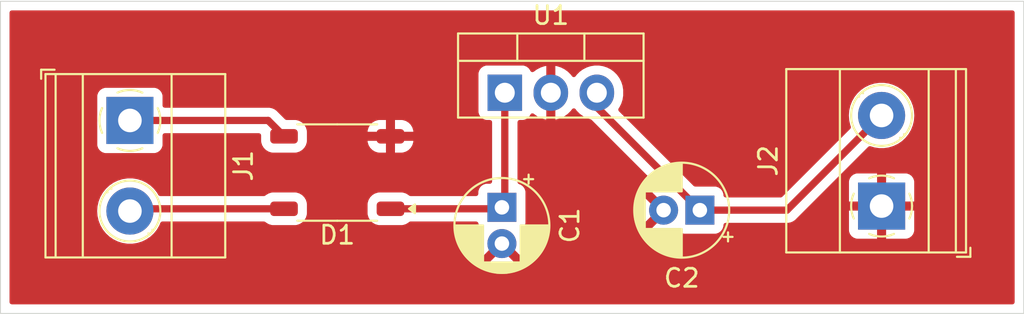
<source format=kicad_pcb>
(kicad_pcb (version 20240108) (generator "pcbnew") (generator_version "8.0")
  (layers (0 "F.Cu" signal) (31 "B.Cu" signal) (34 "B.Paste" user) (35 "F.Paste" user) (36 "B.SilkS" user "B.Silkscreen") (37 "F.SilkS" user "F.Silkscreen") (38 "B.Mask" user) (39 "F.Mask" user) (44 "Edge.Cuts" user))
  (net 0 "")
  (net 1 "GND")
  (net 2 "/rec_out")
  (net 3 "+5V")
  (net 4 "/AC_INPUT_1")
  (net 5 "/AC_INPUT_2")
  (footprint "TerminalBlock_Phoenix:TerminalBlock_Phoenix_MKDS-1,5-2_1x02_P5.00mm_Horizontal" (layer "F.Cu") (at 118.195 81.35 -90)
    (property "Reference" "J1" (at 2.5 -6.26 90) (layer "F.SilkS"))
    (property "Value" "Conn_01x02")
    (fp_line (start -2.8 4.9) (end -2.3 4.9) (stroke (width 0.12)) (layer "F.SilkS"))
    (fp_line (start -2.56 4.66) (end 7.56 4.66) (stroke (width 0.12)) (layer "F.SilkS"))
    (fp_line (start -2.8 4.16) (end -2.8 4.9) (stroke (width 0.12)) (layer "F.SilkS"))
    (fp_line (start -2.56 4.1) (end 7.56 4.1) (stroke (width 0.12)) (layer "F.SilkS"))
    (fp_line (start -2.56 2.6) (end 7.56 2.6) (stroke (width 0.12)) (layer "F.SilkS"))
    (fp_line (start 3.966 1.239) (end 3.931 1.274) (stroke (width 0.12)) (layer "F.SilkS"))
    (fp_line (start 3.773 1.023) (end 3.726 1.069) (stroke (width 0.12)) (layer "F.SilkS"))
    (fp_line (start 6.275 -1.069) (end 6.228 -1.023) (stroke (width 0.12)) (layer "F.SilkS"))
    (fp_line (start 6.07 -1.275) (end 6.035 -1.239) (stroke (width 0.12)) (layer "F.SilkS"))
    (fp_line (start -2.56 -2.301) (end 7.56 -2.301) (stroke (width 0.12)) (layer "F.SilkS"))
    (fp_line (start -2.56 -5.261) (end -2.56 4.66) (stroke (width 0.12)) (layer "F.SilkS"))
    (fp_line (start -2.56 -5.261) (end 7.56 -5.261) (stroke (width 0.12)) (layer "F.SilkS"))
    (fp_line (start 7.56 -5.261) (end 7.56 4.66) (stroke (width 0.12)) (layer "F.SilkS"))
    (fp_arc (start 0.028805 1.680253) (mid -0.335551 1.646659) (end -0.684 1.535) (stroke (width 0.12)) (layer "F.SilkS"))
    (fp_arc (start 0.683318 1.534756) (mid 0.349292 1.643288) (end 0 1.68) (stroke (width 0.12)) (layer "F.SilkS"))
    (fp_arc (start -1.535427 0.683042) (mid -1.680501 -0.000524) (end -1.535 -0.684) (stroke (width 0.12)) (layer "F.SilkS"))
    (fp_arc (start 1.535427 -0.683042) (mid 1.680501 0.000524) (end 1.535 0.684) (stroke (width 0.12)) (layer "F.SilkS"))
    (fp_arc (start -0.683042 -1.535427) (mid 0.000524 -1.680501) (end 0.684 -1.535) (stroke (width 0.12)) (layer "F.SilkS"))
    (fp_circle (center 5 0) (end 6.68 0) (stroke (width 0.12)) (fill none) (layer "F.SilkS"))
    (pad "1" thru_hole rect (at 0 0 270) (size 2.6 2.6) (drill 1.3) (layers "*.Cu" "*.Mask") (net 4 "/AC_INPUT_1"))
    (pad "2" thru_hole circle (at 5 0 270) (size 2.6 2.6) (drill 1.3) (layers "*.Cu" "*.Mask") (net 5 "/AC_INPUT_2"))
  )
  (footprint "Capacitor_THT:CP_Radial_D5.0mm_P2.00mm" (layer "F.Cu") (at 149.65 86.3 180)
    (property "Reference" "C2" (at 1 -3.75 360) (layer "F.SilkS"))
    (property "Value" "C_Polarized")
    (fp_line (start 3.601 -0.284) (end 3.601 0.284) (stroke (width 0.12)) (layer "F.SilkS"))
    (fp_line (start 3.561 -0.518) (end 3.561 0.518) (stroke (width 0.12)) (layer "F.SilkS"))
    (fp_line (start 3.521 -0.677) (end 3.521 0.677) (stroke (width 0.12)) (layer "F.SilkS"))
    (fp_line (start 3.481 -0.805) (end 3.481 0.805) (stroke (width 0.12)) (layer "F.SilkS"))
    (fp_line (start 3.441 -0.915) (end 3.441 0.915) (stroke (width 0.12)) (layer "F.SilkS"))
    (fp_line (start 3.401 -1.011) (end 3.401 1.011) (stroke (width 0.12)) (layer "F.SilkS"))
    (fp_line (start 3.361 -1.098) (end 3.361 1.098) (stroke (width 0.12)) (layer "F.SilkS"))
    (fp_line (start 3.321 -1.178) (end 3.321 1.178) (stroke (width 0.12)) (layer "F.SilkS"))
    (fp_line (start 3.281 -1.251) (end 3.281 1.251) (stroke (width 0.12)) (layer "F.SilkS"))
    (fp_line (start 3.241 -1.319) (end 3.241 1.319) (stroke (width 0.12)) (layer "F.SilkS"))
    (fp_line (start 3.201 -1.383) (end 3.201 1.383) (stroke (width 0.12)) (layer "F.SilkS"))
    (fp_line (start 3.161 -1.443) (end 3.161 1.443) (stroke (width 0.12)) (layer "F.SilkS"))
    (fp_line (start 3.121 -1.5) (end 3.121 1.5) (stroke (width 0.12)) (layer "F.SilkS"))
    (fp_line (start 3.081 -1.554) (end 3.081 1.554) (stroke (width 0.12)) (layer "F.SilkS"))
    (fp_line (start 3.041 -1.605) (end 3.041 1.605) (stroke (width 0.12)) (layer "F.SilkS"))
    (fp_line (start 3.001 1.04) (end 3.001 1.653) (stroke (width 0.12)) (layer "F.SilkS"))
    (fp_line (start 3.001 -1.653) (end 3.001 -1.04) (stroke (width 0.12)) (layer "F.SilkS"))
    (fp_line (start 2.961 1.04) (end 2.961 1.699) (stroke (width 0.12)) (layer "F.SilkS"))
    (fp_line (start 2.961 -1.699) (end 2.961 -1.04) (stroke (width 0.12)) (layer "F.SilkS"))
    (fp_line (start 2.921 1.04) (end 2.921 1.743) (stroke (width 0.12)) (layer "F.SilkS"))
    (fp_line (start 2.921 -1.743) (end 2.921 -1.04) (stroke (width 0.12)) (layer "F.SilkS"))
    (fp_line (start 2.881 1.04) (end 2.881 1.785) (stroke (width 0.12)) (layer "F.SilkS"))
    (fp_line (start 2.881 -1.785) (end 2.881 -1.04) (stroke (width 0.12)) (layer "F.SilkS"))
    (fp_line (start 2.841 1.04) (end 2.841 1.826) (stroke (width 0.12)) (layer "F.SilkS"))
    (fp_line (start 2.841 -1.826) (end 2.841 -1.04) (stroke (width 0.12)) (layer "F.SilkS"))
    (fp_line (start 2.801 1.04) (end 2.801 1.864) (stroke (width 0.12)) (layer "F.SilkS"))
    (fp_line (start 2.801 -1.864) (end 2.801 -1.04) (stroke (width 0.12)) (layer "F.SilkS"))
    (fp_line (start 2.761 1.04) (end 2.761 1.901) (stroke (width 0.12)) (layer "F.SilkS"))
    (fp_line (start 2.761 -1.901) (end 2.761 -1.04) (stroke (width 0.12)) (layer "F.SilkS"))
    (fp_line (start 2.721 1.04) (end 2.721 1.937) (stroke (width 0.12)) (layer "F.SilkS"))
    (fp_line (start 2.721 -1.937) (end 2.721 -1.04) (stroke (width 0.12)) (layer "F.SilkS"))
    (fp_line (start 2.681 1.04) (end 2.681 1.971) (stroke (width 0.12)) (layer "F.SilkS"))
    (fp_line (start 2.681 -1.971) (end 2.681 -1.04) (stroke (width 0.12)) (layer "F.SilkS"))
    (fp_line (start 2.641 1.04) (end 2.641 2.004) (stroke (width 0.12)) (layer "F.SilkS"))
    (fp_line (start 2.641 -2.004) (end 2.641 -1.04) (stroke (width 0.12)) (layer "F.SilkS"))
    (fp_line (start 2.601 1.04) (end 2.601 2.035) (stroke (width 0.12)) (layer "F.SilkS"))
    (fp_line (start 2.601 -2.035) (end 2.601 -1.04) (stroke (width 0.12)) (layer "F.SilkS"))
    (fp_line (start 2.561 1.04) (end 2.561 2.065) (stroke (width 0.12)) (layer "F.SilkS"))
    (fp_line (start 2.561 -2.065) (end 2.561 -1.04) (stroke (width 0.12)) (layer "F.SilkS"))
    (fp_line (start 2.521 1.04) (end 2.521 2.095) (stroke (width 0.12)) (layer "F.SilkS"))
    (fp_line (start 2.521 -2.095) (end 2.521 -1.04) (stroke (width 0.12)) (layer "F.SilkS"))
    (fp_line (start 2.481 1.04) (end 2.481 2.122) (stroke (width 0.12)) (layer "F.SilkS"))
    (fp_line (start 2.481 -2.122) (end 2.481 -1.04) (stroke (width 0.12)) (layer "F.SilkS"))
    (fp_line (start 2.441 1.04) (end 2.441 2.149) (stroke (width 0.12)) (layer "F.SilkS"))
    (fp_line (start 2.441 -2.149) (end 2.441 -1.04) (stroke (width 0.12)) (layer "F.SilkS"))
    (fp_line (start 2.401 1.04) (end 2.401 2.175) (stroke (width 0.12)) (layer "F.SilkS"))
    (fp_line (start 2.401 -2.175) (end 2.401 -1.04) (stroke (width 0.12)) (layer "F.SilkS"))
    (fp_line (start 2.361 1.04) (end 2.361 2.2) (stroke (width 0.12)) (layer "F.SilkS"))
    (fp_line (start 2.361 -2.2) (end 2.361 -1.04) (stroke (width 0.12)) (layer "F.SilkS"))
    (fp_line (start 2.321 1.04) (end 2.321 2.224) (stroke (width 0.12)) (layer "F.SilkS"))
    (fp_line (start 2.321 -2.224) (end 2.321 -1.04) (stroke (width 0.12)) (layer "F.SilkS"))
    (fp_line (start 2.281 1.04) (end 2.281 2.247) (stroke (width 0.12)) (layer "F.SilkS"))
    (fp_line (start 2.281 -2.247) (end 2.281 -1.04) (stroke (width 0.12)) (layer "F.SilkS"))
    (fp_line (start 2.241 1.04) (end 2.241 2.268) (stroke (width 0.12)) (layer "F.SilkS"))
    (fp_line (start 2.241 -2.268) (end 2.241 -1.04) (stroke (width 0.12)) (layer "F.SilkS"))
    (fp_line (start 2.201 1.04) (end 2.201 2.29) (stroke (width 0.12)) (layer "F.SilkS"))
    (fp_line (start 2.201 -2.29) (end 2.201 -1.04) (stroke (width 0.12)) (layer "F.SilkS"))
    (fp_line (start 2.161 1.04) (end 2.161 2.31) (stroke (width 0.12)) (layer "F.SilkS"))
    (fp_line (start 2.161 -2.31) (end 2.161 -1.04) (stroke (width 0.12)) (layer "F.SilkS"))
    (fp_line (start 2.121 1.04) (end 2.121 2.329) (stroke (width 0.12)) (layer "F.SilkS"))
    (fp_line (start 2.121 -2.329) (end 2.121 -1.04) (stroke (width 0.12)) (layer "F.SilkS"))
    (fp_line (start 2.081 1.04) (end 2.081 2.348) (stroke (width 0.12)) (layer "F.SilkS"))
    (fp_line (start 2.081 -2.348) (end 2.081 -1.04) (stroke (width 0.12)) (layer "F.SilkS"))
    (fp_line (start 2.041 1.04) (end 2.041 2.365) (stroke (width 0.12)) (layer "F.SilkS"))
    (fp_line (start 2.041 -2.365) (end 2.041 -1.04) (stroke (width 0.12)) (layer "F.SilkS"))
    (fp_line (start 2.001 1.04) (end 2.001 2.382) (stroke (width 0.12)) (layer "F.SilkS"))
    (fp_line (start 2.001 -2.382) (end 2.001 -1.04) (stroke (width 0.12)) (layer "F.SilkS"))
    (fp_line (start 1.961 1.04) (end 1.961 2.398) (stroke (width 0.12)) (layer "F.SilkS"))
    (fp_line (start 1.961 -2.398) (end 1.961 -1.04) (stroke (width 0.12)) (layer "F.SilkS"))
    (fp_line (start 1.921 1.04) (end 1.921 2.414) (stroke (width 0.12)) (layer "F.SilkS"))
    (fp_line (start 1.921 -2.414) (end 1.921 -1.04) (stroke (width 0.12)) (layer "F.SilkS"))
    (fp_line (start 1.881 1.04) (end 1.881 2.428) (stroke (width 0.12)) (layer "F.SilkS"))
    (fp_line (start 1.881 -2.428) (end 1.881 -1.04) (stroke (width 0.12)) (layer "F.SilkS"))
    (fp_line (start 1.841 1.04) (end 1.841 2.442) (stroke (width 0.12)) (layer "F.SilkS"))
    (fp_line (start 1.841 -2.442) (end 1.841 -1.04) (stroke (width 0.12)) (layer "F.SilkS"))
    (fp_line (start 1.801 1.04) (end 1.801 2.455) (stroke (width 0.12)) (layer "F.SilkS"))
    (fp_line (start 1.801 -2.455) (end 1.801 -1.04) (stroke (width 0.12)) (layer "F.SilkS"))
    (fp_line (start 1.761 1.04) (end 1.761 2.468) (stroke (width 0.12)) (layer "F.SilkS"))
    (fp_line (start 1.761 -2.468) (end 1.761 -1.04) (stroke (width 0.12)) (layer "F.SilkS"))
    (fp_line (start 1.721 1.04) (end 1.721 2.48) (stroke (width 0.12)) (layer "F.SilkS"))
    (fp_line (start 1.721 -2.48) (end 1.721 -1.04) (stroke (width 0.12)) (layer "F.SilkS"))
    (fp_line (start 1.68 1.04) (end 1.68 2.491) (stroke (width 0.12)) (layer "F.SilkS"))
    (fp_line (start 1.68 -2.491) (end 1.68 -1.04) (stroke (width 0.12)) (layer "F.SilkS"))
    (fp_line (start 1.64 1.04) (end 1.64 2.501) (stroke (width 0.12)) (layer "F.SilkS"))
    (fp_line (start 1.64 -2.501) (end 1.64 -1.04) (stroke (width 0.12)) (layer "F.SilkS"))
    (fp_line (start 1.6 1.04) (end 1.6 2.511) (stroke (width 0.12)) (layer "F.SilkS"))
    (fp_line (start 1.6 -2.511) (end 1.6 -1.04) (stroke (width 0.12)) (layer "F.SilkS"))
    (fp_line (start 1.56 1.04) (end 1.56 2.52) (stroke (width 0.12)) (layer "F.SilkS"))
    (fp_line (start 1.56 -2.52) (end 1.56 -1.04) (stroke (width 0.12)) (layer "F.SilkS"))
    (fp_line (start 1.52 1.04) (end 1.52 2.528) (stroke (width 0.12)) (layer "F.SilkS"))
    (fp_line (start 1.52 -2.528) (end 1.52 -1.04) (stroke (width 0.12)) (layer "F.SilkS"))
    (fp_line (start 1.48 1.04) (end 1.48 2.536) (stroke (width 0.12)) (layer "F.SilkS"))
    (fp_line (start 1.48 -2.536) (end 1.48 -1.04) (stroke (width 0.12)) (layer "F.SilkS"))
    (fp_line (start 1.44 1.04) (end 1.44 2.543) (stroke (width 0.12)) (layer "F.SilkS"))
    (fp_line (start 1.44 -2.543) (end 1.44 -1.04) (stroke (width 0.12)) (layer "F.SilkS"))
    (fp_line (start 1.4 1.04) (end 1.4 2.55) (stroke (width 0.12)) (layer "F.SilkS"))
    (fp_line (start 1.4 -2.55) (end 1.4 -1.04) (stroke (width 0.12)) (layer "F.SilkS"))
    (fp_line (start 1.36 1.04) (end 1.36 2.556) (stroke (width 0.12)) (layer "F.SilkS"))
    (fp_line (start 1.36 -2.556) (end 1.36 -1.04) (stroke (width 0.12)) (layer "F.SilkS"))
    (fp_line (start 1.32 1.04) (end 1.32 2.561) (stroke (width 0.12)) (layer "F.SilkS"))
    (fp_line (start 1.32 -2.561) (end 1.32 -1.04) (stroke (width 0.12)) (layer "F.SilkS"))
    (fp_line (start 1.28 1.04) (end 1.28 2.565) (stroke (width 0.12)) (layer "F.SilkS"))
    (fp_line (start 1.28 -2.565) (end 1.28 -1.04) (stroke (width 0.12)) (layer "F.SilkS"))
    (fp_line (start 1.24 1.04) (end 1.24 2.569) (stroke (width 0.12)) (layer "F.SilkS"))
    (fp_line (start 1.24 -2.569) (end 1.24 -1.04) (stroke (width 0.12)) (layer "F.SilkS"))
    (fp_line (start 1.2 1.04) (end 1.2 2.573) (stroke (width 0.12)) (layer "F.SilkS"))
    (fp_line (start 1.2 -2.573) (end 1.2 -1.04) (stroke (width 0.12)) (layer "F.SilkS"))
    (fp_line (start 1.16 1.04) (end 1.16 2.576) (stroke (width 0.12)) (layer "F.SilkS"))
    (fp_line (start 1.16 -2.576) (end 1.16 -1.04) (stroke (width 0.12)) (layer "F.SilkS"))
    (fp_line (start 1.12 1.04) (end 1.12 2.578) (stroke (width 0.12)) (layer "F.SilkS"))
    (fp_line (start 1.12 -2.578) (end 1.12 -1.04) (stroke (width 0.12)) (layer "F.SilkS"))
    (fp_line (start 1.08 1.04) (end 1.08 2.579) (stroke (width 0.12)) (layer "F.SilkS"))
    (fp_line (start 1.08 -2.579) (end 1.08 -1.04) (stroke (width 0.12)) (layer "F.SilkS"))
    (fp_line (start 1.04 1.04) (end 1.04 2.58) (stroke (width 0.12)) (layer "F.SilkS"))
    (fp_line (start 1.04 -2.58) (end 1.04 -1.04) (stroke (width 0.12)) (layer "F.SilkS"))
    (fp_line (start 1 1.04) (end 1 2.58) (stroke (width 0.12)) (layer "F.SilkS"))
    (fp_line (start 1 -2.58) (end 1 -1.04) (stroke (width 0.12)) (layer "F.SilkS"))
    (fp_line (start -1.554775 -1.725) (end -1.554775 -1.225) (stroke (width 0.12)) (layer "F.SilkS"))
    (fp_line (start -1.804775 -1.475) (end -1.304775 -1.475) (stroke (width 0.12)) (layer "F.SilkS"))
    (fp_circle (center 1 0) (end 3.62 0) (stroke (width 0.12)) (fill none) (layer "F.SilkS"))
    (pad "1" thru_hole rect (at 0 0 180) (size 1.6 1.6) (drill 0.8) (layers "*.Cu" "*.Mask") (net 3 "+5V"))
    (pad "2" thru_hole circle (at 2 0 180) (size 1.6 1.6) (drill 0.8) (layers "*.Cu" "*.Mask") (net 1 "GND"))
  )
  (footprint "TerminalBlock_Phoenix:TerminalBlock_Phoenix_MKDS-1,5-2_1x02_P5.00mm_Horizontal" (layer "F.Cu") (at 159.68 86.075 90)
    (property "Reference" "J2" (at 2.5 -6.26 90) (layer "F.SilkS"))
    (property "Value" "Conn_01x02")
    (fp_line (start 7.56 -5.261) (end 7.56 4.66) (stroke (width 0.12)) (layer "F.SilkS"))
    (fp_line (start -2.56 -5.261) (end 7.56 -5.261) (stroke (width 0.12)) (layer "F.SilkS"))
    (fp_line (start -2.56 -5.261) (end -2.56 4.66) (stroke (width 0.12)) (layer "F.SilkS"))
    (fp_line (start -2.56 -2.301) (end 7.56 -2.301) (stroke (width 0.12)) (layer "F.SilkS"))
    (fp_line (start 6.07 -1.275) (end 6.035 -1.239) (stroke (width 0.12)) (layer "F.SilkS"))
    (fp_line (start 6.275 -1.069) (end 6.228 -1.023) (stroke (width 0.12)) (layer "F.SilkS"))
    (fp_line (start 3.773 1.023) (end 3.726 1.069) (stroke (width 0.12)) (layer "F.SilkS"))
    (fp_line (start 3.966 1.239) (end 3.931 1.274) (stroke (width 0.12)) (layer "F.SilkS"))
    (fp_line (start -2.56 2.6) (end 7.56 2.6) (stroke (width 0.12)) (layer "F.SilkS"))
    (fp_line (start -2.56 4.1) (end 7.56 4.1) (stroke (width 0.12)) (layer "F.SilkS"))
    (fp_line (start -2.8 4.16) (end -2.8 4.9) (stroke (width 0.12)) (layer "F.SilkS"))
    (fp_line (start -2.56 4.66) (end 7.56 4.66) (stroke (width 0.12)) (layer "F.SilkS"))
    (fp_line (start -2.8 4.9) (end -2.3 4.9) (stroke (width 0.12)) (layer "F.SilkS"))
    (fp_arc (start -0.683042 -1.535427) (mid 0.000524 -1.680501) (end 0.684 -1.535) (stroke (width 0.12)) (layer "F.SilkS"))
    (fp_arc (start 1.535427 -0.683042) (mid 1.680501 0.000524) (end 1.535 0.684) (stroke (width 0.12)) (layer "F.SilkS"))
    (fp_arc (start -1.535427 0.683042) (mid -1.680501 -0.000524) (end -1.535 -0.684) (stroke (width 0.12)) (layer "F.SilkS"))
    (fp_arc (start 0.683318 1.534756) (mid 0.349292 1.643288) (end 0 1.68) (stroke (width 0.12)) (layer "F.SilkS"))
    (fp_arc (start 0.028805 1.680253) (mid -0.335551 1.646659) (end -0.684 1.535) (stroke (width 0.12)) (layer "F.SilkS"))
    (fp_circle (center 5 0) (end 6.68 0) (stroke (width 0.12)) (fill none) (layer "F.SilkS"))
    (pad "1" thru_hole rect (at 0 0 90) (size 2.6 2.6) (drill 1.3) (layers "*.Cu" "*.Mask") (net 1 "GND"))
    (pad "2" thru_hole circle (at 5 0 90) (size 2.6 2.6) (drill 1.3) (layers "*.Cu" "*.Mask") (net 3 "+5V"))
  )
  (footprint "Capacitor_THT:CP_Radial_D5.0mm_P2.00mm" (layer "F.Cu") (at 138.725 86.144888 -90)
    (property "Reference" "C1" (at 1 -3.75 90) (layer "F.SilkS"))
    (property "Value" "C_Polarized")
    (fp_line (start 1 1.04) (end 1 2.58) (stroke (width 0.12)) (layer "F.SilkS"))
    (fp_line (start 1.04 1.04) (end 1.04 2.58) (stroke (width 0.12)) (layer "F.SilkS"))
    (fp_line (start 1.08 1.04) (end 1.08 2.579) (stroke (width 0.12)) (layer "F.SilkS"))
    (fp_line (start 1.12 1.04) (end 1.12 2.578) (stroke (width 0.12)) (layer "F.SilkS"))
    (fp_line (start 1.16 1.04) (end 1.16 2.576) (stroke (width 0.12)) (layer "F.SilkS"))
    (fp_line (start 1.2 1.04) (end 1.2 2.573) (stroke (width 0.12)) (layer "F.SilkS"))
    (fp_line (start 1.24 1.04) (end 1.24 2.569) (stroke (width 0.12)) (layer "F.SilkS"))
    (fp_line (start 1.28 1.04) (end 1.28 2.565) (stroke (width 0.12)) (layer "F.SilkS"))
    (fp_line (start 1.32 1.04) (end 1.32 2.561) (stroke (width 0.12)) (layer "F.SilkS"))
    (fp_line (start 1.36 1.04) (end 1.36 2.556) (stroke (width 0.12)) (layer "F.SilkS"))
    (fp_line (start 1.4 1.04) (end 1.4 2.55) (stroke (width 0.12)) (layer "F.SilkS"))
    (fp_line (start 1.44 1.04) (end 1.44 2.543) (stroke (width 0.12)) (layer "F.SilkS"))
    (fp_line (start 1.48 1.04) (end 1.48 2.536) (stroke (width 0.12)) (layer "F.SilkS"))
    (fp_line (start 1.52 1.04) (end 1.52 2.528) (stroke (width 0.12)) (layer "F.SilkS"))
    (fp_line (start 1.56 1.04) (end 1.56 2.52) (stroke (width 0.12)) (layer "F.SilkS"))
    (fp_line (start 1.6 1.04) (end 1.6 2.511) (stroke (width 0.12)) (layer "F.SilkS"))
    (fp_line (start 1.64 1.04) (end 1.64 2.501) (stroke (width 0.12)) (layer "F.SilkS"))
    (fp_line (start 1.68 1.04) (end 1.68 2.491) (stroke (width 0.12)) (layer "F.SilkS"))
    (fp_line (start 1.721 1.04) (end 1.721 2.48) (stroke (width 0.12)) (layer "F.SilkS"))
    (fp_line (start 1.761 1.04) (end 1.761 2.468) (stroke (width 0.12)) (layer "F.SilkS"))
    (fp_line (start 1.801 1.04) (end 1.801 2.455) (stroke (width 0.12)) (layer "F.SilkS"))
    (fp_line (start 1.841 1.04) (end 1.841 2.442) (stroke (width 0.12)) (layer "F.SilkS"))
    (fp_line (start 1.881 1.04) (end 1.881 2.428) (stroke (width 0.12)) (layer "F.SilkS"))
    (fp_line (start 1.921 1.04) (end 1.921 2.414) (stroke (width 0.12)) (layer "F.SilkS"))
    (fp_line (start 1.961 1.04) (end 1.961 2.398) (stroke (width 0.12)) (layer "F.SilkS"))
    (fp_line (start 2.001 1.04) (end 2.001 2.382) (stroke (width 0.12)) (layer "F.SilkS"))
    (fp_line (start 2.041 1.04) (end 2.041 2.365) (stroke (width 0.12)) (layer "F.SilkS"))
    (fp_line (start 2.081 1.04) (end 2.081 2.348) (stroke (width 0.12)) (layer "F.SilkS"))
    (fp_line (start 2.121 1.04) (end 2.121 2.329) (stroke (width 0.12)) (layer "F.SilkS"))
    (fp_line (start 2.161 1.04) (end 2.161 2.31) (stroke (width 0.12)) (layer "F.SilkS"))
    (fp_line (start 2.201 1.04) (end 2.201 2.29) (stroke (width 0.12)) (layer "F.SilkS"))
    (fp_line (start 2.241 1.04) (end 2.241 2.268) (stroke (width 0.12)) (layer "F.SilkS"))
    (fp_line (start 2.281 1.04) (end 2.281 2.247) (stroke (width 0.12)) (layer "F.SilkS"))
    (fp_line (start 2.321 1.04) (end 2.321 2.224) (stroke (width 0.12)) (layer "F.SilkS"))
    (fp_line (start 2.361 1.04) (end 2.361 2.2) (stroke (width 0.12)) (layer "F.SilkS"))
    (fp_line (start 2.401 1.04) (end 2.401 2.175) (stroke (width 0.12)) (layer "F.SilkS"))
    (fp_line (start 2.441 1.04) (end 2.441 2.149) (stroke (width 0.12)) (layer "F.SilkS"))
    (fp_line (start 2.481 1.04) (end 2.481 2.122) (stroke (width 0.12)) (layer "F.SilkS"))
    (fp_line (start 2.521 1.04) (end 2.521 2.095) (stroke (width 0.12)) (layer "F.SilkS"))
    (fp_line (start 2.561 1.04) (end 2.561 2.065) (stroke (width 0.12)) (layer "F.SilkS"))
    (fp_line (start 2.601 1.04) (end 2.601 2.035) (stroke (width 0.12)) (layer "F.SilkS"))
    (fp_line (start 2.641 1.04) (end 2.641 2.004) (stroke (width 0.12)) (layer "F.SilkS"))
    (fp_line (start 2.681 1.04) (end 2.681 1.971) (stroke (width 0.12)) (layer "F.SilkS"))
    (fp_line (start 2.721 1.04) (end 2.721 1.937) (stroke (width 0.12)) (layer "F.SilkS"))
    (fp_line (start 2.761 1.04) (end 2.761 1.901) (stroke (width 0.12)) (layer "F.SilkS"))
    (fp_line (start 2.801 1.04) (end 2.801 1.864) (stroke (width 0.12)) (layer "F.SilkS"))
    (fp_line (start 2.841 1.04) (end 2.841 1.826) (stroke (width 0.12)) (layer "F.SilkS"))
    (fp_line (start 2.881 1.04) (end 2.881 1.785) (stroke (width 0.12)) (layer "F.SilkS"))
    (fp_line (start 2.921 1.04) (end 2.921 1.743) (stroke (width 0.12)) (layer "F.SilkS"))
    (fp_line (start 2.961 1.04) (end 2.961 1.699) (stroke (width 0.12)) (layer "F.SilkS"))
    (fp_line (start 3.001 1.04) (end 3.001 1.653) (stroke (width 0.12)) (layer "F.SilkS"))
    (fp_line (start 3.601 -0.284) (end 3.601 0.284) (stroke (width 0.12)) (layer "F.SilkS"))
    (fp_line (start 3.561 -0.518) (end 3.561 0.518) (stroke (width 0.12)) (layer "F.SilkS"))
    (fp_line (start 3.521 -0.677) (end 3.521 0.677) (stroke (width 0.12)) (layer "F.SilkS"))
    (fp_line (start 3.481 -0.805) (end 3.481 0.805) (stroke (width 0.12)) (layer "F.SilkS"))
    (fp_line (start 3.441 -0.915) (end 3.441 0.915) (stroke (width 0.12)) (layer "F.SilkS"))
    (fp_line (start 3.401 -1.011) (end 3.401 1.011) (stroke (width 0.12)) (layer "F.SilkS"))
    (fp_line (start 3.361 -1.098) (end 3.361 1.098) (stroke (width 0.12)) (layer "F.SilkS"))
    (fp_line (start 3.321 -1.178) (end 3.321 1.178) (stroke (width 0.12)) (layer "F.SilkS"))
    (fp_line (start 3.281 -1.251) (end 3.281 1.251) (stroke (width 0.12)) (layer "F.SilkS"))
    (fp_line (start 3.241 -1.319) (end 3.241 1.319) (stroke (width 0.12)) (layer "F.SilkS"))
    (fp_line (start 3.201 -1.383) (end 3.201 1.383) (stroke (width 0.12)) (layer "F.SilkS"))
    (fp_line (start 3.161 -1.443) (end 3.161 1.443) (stroke (width 0.12)) (layer "F.SilkS"))
    (fp_line (start -1.804775 -1.475) (end -1.304775 -1.475) (stroke (width 0.12)) (layer "F.SilkS"))
    (fp_line (start 3.121 -1.5) (end 3.121 1.5) (stroke (width 0.12)) (layer "F.SilkS"))
    (fp_line (start 3.081 -1.554) (end 3.081 1.554) (stroke (width 0.12)) (layer "F.SilkS"))
    (fp_line (start 3.041 -1.605) (end 3.041 1.605) (stroke (width 0.12)) (layer "F.SilkS"))
    (fp_line (start 3.001 -1.653) (end 3.001 -1.04) (stroke (width 0.12)) (layer "F.SilkS"))
    (fp_line (start 2.961 -1.699) (end 2.961 -1.04) (stroke (width 0.12)) (layer "F.SilkS"))
    (fp_line (start -1.554775 -1.725) (end -1.554775 -1.225) (stroke (width 0.12)) (layer "F.SilkS"))
    (fp_line (start 2.921 -1.743) (end 2.921 -1.04) (stroke (width 0.12)) (layer "F.SilkS"))
    (fp_line (start 2.881 -1.785) (end 2.881 -1.04) (stroke (width 0.12)) (layer "F.SilkS"))
    (fp_line (start 2.841 -1.826) (end 2.841 -1.04) (stroke (width 0.12)) (layer "F.SilkS"))
    (fp_line (start 2.801 -1.864) (end 2.801 -1.04) (stroke (width 0.12)) (layer "F.SilkS"))
    (fp_line (start 2.761 -1.901) (end 2.761 -1.04) (stroke (width 0.12)) (layer "F.SilkS"))
    (fp_line (start 2.721 -1.937) (end 2.721 -1.04) (stroke (width 0.12)) (layer "F.SilkS"))
    (fp_line (start 2.681 -1.971) (end 2.681 -1.04) (stroke (width 0.12)) (layer "F.SilkS"))
    (fp_line (start 2.641 -2.004) (end 2.641 -1.04) (stroke (width 0.12)) (layer "F.SilkS"))
    (fp_line (start 2.601 -2.035) (end 2.601 -1.04) (stroke (width 0.12)) (layer "F.SilkS"))
    (fp_line (start 2.561 -2.065) (end 2.561 -1.04) (stroke (width 0.12)) (layer "F.SilkS"))
    (fp_line (start 2.521 -2.095) (end 2.521 -1.04) (stroke (width 0.12)) (layer "F.SilkS"))
    (fp_line (start 2.481 -2.122) (end 2.481 -1.04) (stroke (width 0.12)) (layer "F.SilkS"))
    (fp_line (start 2.441 -2.149) (end 2.441 -1.04) (stroke (width 0.12)) (layer "F.SilkS"))
    (fp_line (start 2.401 -2.175) (end 2.401 -1.04) (stroke (width 0.12)) (layer "F.SilkS"))
    (fp_line (start 2.361 -2.2) (end 2.361 -1.04) (stroke (width 0.12)) (layer "F.SilkS"))
    (fp_line (start 2.321 -2.224) (end 2.321 -1.04) (stroke (width 0.12)) (layer "F.SilkS"))
    (fp_line (start 2.281 -2.247) (end 2.281 -1.04) (stroke (width 0.12)) (layer "F.SilkS"))
    (fp_line (start 2.241 -2.268) (end 2.241 -1.04) (stroke (width 0.12)) (layer "F.SilkS"))
    (fp_line (start 2.201 -2.29) (end 2.201 -1.04) (stroke (width 0.12)) (layer "F.SilkS"))
    (fp_line (start 2.161 -2.31) (end 2.161 -1.04) (stroke (width 0.12)) (layer "F.SilkS"))
    (fp_line (start 2.121 -2.329) (end 2.121 -1.04) (stroke (width 0.12)) (layer "F.SilkS"))
    (fp_line (start 2.081 -2.348) (end 2.081 -1.04) (stroke (width 0.12)) (layer "F.SilkS"))
    (fp_line (start 2.041 -2.365) (end 2.041 -1.04) (stroke (width 0.12)) (layer "F.SilkS"))
    (fp_line (start 2.001 -2.382) (end 2.001 -1.04) (stroke (width 0.12)) (layer "F.SilkS"))
    (fp_line (start 1.961 -2.398) (end 1.961 -1.04) (stroke (width 0.12)) (layer "F.SilkS"))
    (fp_line (start 1.921 -2.414) (end 1.921 -1.04) (stroke (width 0.12)) (layer "F.SilkS"))
    (fp_line (start 1.881 -2.428) (end 1.881 -1.04) (stroke (width 0.12)) (layer "F.SilkS"))
    (fp_line (start 1.841 -2.442) (end 1.841 -1.04) (stroke (width 0.12)) (layer "F.SilkS"))
    (fp_line (start 1.801 -2.455) (end 1.801 -1.04) (stroke (width 0.12)) (layer "F.SilkS"))
    (fp_line (start 1.761 -2.468) (end 1.761 -1.04) (stroke (width 0.12)) (layer "F.SilkS"))
    (fp_line (start 1.721 -2.48) (end 1.721 -1.04) (stroke (width 0.12)) (layer "F.SilkS"))
    (fp_line (start 1.68 -2.491) (end 1.68 -1.04) (stroke (width 0.12)) (layer "F.SilkS"))
    (fp_line (start 1.64 -2.501) (end 1.64 -1.04) (stroke (width 0.12)) (layer "F.SilkS"))
    (fp_line (start 1.6 -2.511) (end 1.6 -1.04) (stroke (width 0.12)) (layer "F.SilkS"))
    (fp_line (start 1.56 -2.52) (end 1.56 -1.04) (stroke (width 0.12)) (layer "F.SilkS"))
    (fp_line (start 1.52 -2.528) (end 1.52 -1.04) (stroke (width 0.12)) (layer "F.SilkS"))
    (fp_line (start 1.48 -2.536) (end 1.48 -1.04) (stroke (width 0.12)) (layer "F.SilkS"))
    (fp_line (start 1.44 -2.543) (end 1.44 -1.04) (stroke (width 0.12)) (layer "F.SilkS"))
    (fp_line (start 1.4 -2.55) (end 1.4 -1.04) (stroke (width 0.12)) (layer "F.SilkS"))
    (fp_line (start 1.36 -2.556) (end 1.36 -1.04) (stroke (width 0.12)) (layer "F.SilkS"))
    (fp_line (start 1.32 -2.561) (end 1.32 -1.04) (stroke (width 0.12)) (layer "F.SilkS"))
    (fp_line (start 1.28 -2.565) (end 1.28 -1.04) (stroke (width 0.12)) (layer "F.SilkS"))
    (fp_line (start 1.24 -2.569) (end 1.24 -1.04) (stroke (width 0.12)) (layer "F.SilkS"))
    (fp_line (start 1.2 -2.573) (end 1.2 -1.04) (stroke (width 0.12)) (layer "F.SilkS"))
    (fp_line (start 1.16 -2.576) (end 1.16 -1.04) (stroke (width 0.12)) (layer "F.SilkS"))
    (fp_line (start 1.12 -2.578) (end 1.12 -1.04) (stroke (width 0.12)) (layer "F.SilkS"))
    (fp_line (start 1.08 -2.579) (end 1.08 -1.04) (stroke (width 0.12)) (layer "F.SilkS"))
    (fp_line (start 1 -2.58) (end 1 -1.04) (stroke (width 0.12)) (layer "F.SilkS"))
    (fp_line (start 1.04 -2.58) (end 1.04 -1.04) (stroke (width 0.12)) (layer "F.SilkS"))
    (fp_circle (center 1 0) (end 3.62 0) (stroke (width 0.12)) (fill none) (layer "F.SilkS"))
    (pad "1" thru_hole rect (at 0 0 270) (size 1.6 1.6) (drill 0.8) (layers "*.Cu" "*.Mask") (net 2 "/rec_out"))
    (pad "2" thru_hole circle (at 2 0 270) (size 1.6 1.6) (drill 0.8) (layers "*.Cu" "*.Mask") (net 1 "GND"))
  )
  (footprint "Package_TO_SOT_THT:TO-220-3_Vertical" (layer "F.Cu") (at 138.885 79.82)
    (property "Reference" "U1" (at 2.54 -4.27 360) (layer "F.SilkS"))
    (property "Value" "L7805")
    (fp_line (start -2.58 -3.27) (end -2.58 1.371) (stroke (width 0.12)) (layer "F.SilkS"))
    (fp_line (start -2.58 -3.27) (end 7.66 -3.27) (stroke (width 0.12)) (layer "F.SilkS"))
    (fp_line (start -2.58 -1.76) (end 7.66 -1.76) (stroke (width 0.12)) (layer "F.SilkS"))
    (fp_line (start -2.58 1.371) (end 7.66 1.371) (stroke (width 0.12)) (layer "F.SilkS"))
    (fp_line (start 0.69 -3.27) (end 0.69 -1.76) (stroke (width 0.12)) (layer "F.SilkS"))
    (fp_line (start 4.391 -3.27) (end 4.391 -1.76) (stroke (width 0.12)) (layer "F.SilkS"))
    (fp_line (start 7.66 -3.27) (end 7.66 1.371) (stroke (width 0.12)) (layer "F.SilkS"))
    (pad "1" thru_hole rect (at 0 0) (size 1.905 2) (drill 1.1) (layers "*.Cu" "*.Mask") (net 2 "/rec_out"))
    (pad "2" thru_hole oval (at 2.54 0) (size 1.905 2) (drill 1.1) (layers "*.Cu" "*.Mask") (net 1 "GND"))
    (pad "3" thru_hole oval (at 5.08 0) (size 1.905 2) (drill 1.1) (layers "*.Cu" "*.Mask") (net 3 "+5V"))
  )
  (footprint "Package_SO:TSSOP-4_4.4x5mm_P4mm" (layer "F.Cu") (at 129.6375 84.225 180)
    (property "Reference" "D1" (at 0 -3.45 360) (layer "F.SilkS"))
    (property "Value" "MDB10S")
    (fp_line (start 0 2.66) (end 2.2 2.66) (stroke (width 0.12)) (layer "F.SilkS"))
    (fp_line (start 0 2.66) (end -2.2 2.66) (stroke (width 0.12)) (layer "F.SilkS"))
    (fp_line (start 0 -2.66) (end 2.2 -2.66) (stroke (width 0.12)) (layer "F.SilkS"))
    (fp_line (start 0 -2.66) (end -2.2 -2.66) (stroke (width 0.12)) (layer "F.SilkS"))
    (fp_poly (pts (xy -3.96 -2) (xy -4.29 -2.24) (xy -4.29 -1.76) (xy -3.96 -2)) (stroke (width 0.12)) (fill solid) (layer "F.SilkS"))
    (pad "1" smd roundrect (at -2.9375 -2 180) (size 1.525 0.8) (layers "F.Cu" "F.Paste" "F.Mask") (net 2 "/rec_out"))
    (pad "2" smd roundrect (at -2.9375 2 180) (size 1.525 0.8) (layers "F.Cu" "F.Paste" "F.Mask") (net 1 "GND"))
    (pad "3" smd roundrect (at 2.9375 2 180) (size 1.525 0.8) (layers "F.Cu" "F.Paste" "F.Mask") (net 4 "/AC_INPUT_1"))
    (pad "4" smd roundrect (at 2.9375 -2 180) (size 1.525 0.8) (layers "F.Cu" "F.Paste" "F.Mask") (net 5 "/AC_INPUT_2"))
  )
  (gr_rect (start 111.05 74.775) (end 167.525 92) (stroke (width 0.05)) (fill none) (layer "Edge.Cuts"))
  (segment (start 138.644888 86.225) (end 138.725 86.144888) (width 0.4) (layer "F.Cu") (net 2))
  (segment (start 138.885 85.984888) (end 138.725 86.144888) (width 0.4) (layer "F.Cu") (net 2))
  (segment (start 138.885 79.82) (end 138.885 85.984888) (width 0.4) (layer "F.Cu") (net 2))
  (segment (start 132.575 86.225) (end 138.644888 86.225) (width 0.4) (layer "F.Cu") (net 2))
  (segment (start 154.455 86.3) (end 159.68 81.075) (width 0.4) (layer "F.Cu") (net 3))
  (segment (start 143.965 80.615) (end 149.65 86.3) (width 0.4) (layer "F.Cu") (net 3))
  (segment (start 143.965 79.82) (end 143.965 80.615) (width 0.4) (layer "F.Cu") (net 3))
  (segment (start 149.65 86.3) (end 154.455 86.3) (width 0.4) (layer "F.Cu") (net 3))
  (segment (start 125.825 81.35) (end 126.7 82.225) (width 0.4) (layer "F.Cu") (net 4))
  (segment (start 118.195 81.35) (end 125.825 81.35) (width 0.4) (layer "F.Cu") (net 4))
  (segment (start 126.7 86.225) (end 118.32 86.225) (width 0.4) (layer "F.Cu") (net 5))
  (segment (start 118.32 86.225) (end 118.195 86.35) (width 0.4) (layer "F.Cu") (net 5))
  (zone (net 1) (net_name "GND") (layer "F.Cu") (connect_pads (clearance 0.5)) (min_thickness 0.25) (fill yes (thermal_gap 0.5) (thermal_bridge_width 0.5))
    (polygon (pts (xy 111.05 74.825) (xy 111.05 92) (xy 167.3 92) (xy 167.3 74.825)))
  )
)
</source>
